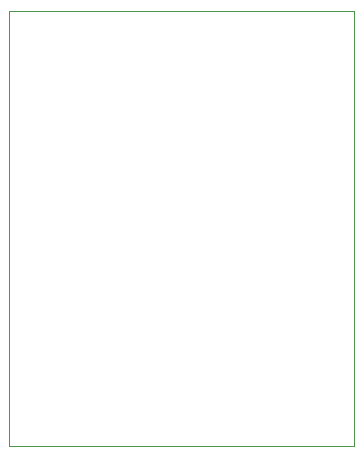
<source format=gbr>
G04 #@! TF.GenerationSoftware,KiCad,Pcbnew,5.1.1-8be2ce7~80~ubuntu18.10.1*
G04 #@! TF.CreationDate,2019-05-25T12:59:07+08:00*
G04 #@! TF.ProjectId,tas2562_dev_pcb,74617332-3536-4325-9f64-65765f706362,rev?*
G04 #@! TF.SameCoordinates,Original*
G04 #@! TF.FileFunction,Profile,NP*
%FSLAX46Y46*%
G04 Gerber Fmt 4.6, Leading zero omitted, Abs format (unit mm)*
G04 Created by KiCad (PCBNEW 5.1.1-8be2ce7~80~ubuntu18.10.1) date 2019-05-25 12:59:07*
%MOMM*%
%LPD*%
G04 APERTURE LIST*
%ADD10C,0.050000*%
G04 APERTURE END LIST*
D10*
X156210000Y-58420000D02*
X127000000Y-58420000D01*
X156210000Y-95250000D02*
X156210000Y-58420000D01*
X127000000Y-95250000D02*
X156210000Y-95250000D01*
X127000000Y-58420000D02*
X127000000Y-95250000D01*
M02*

</source>
